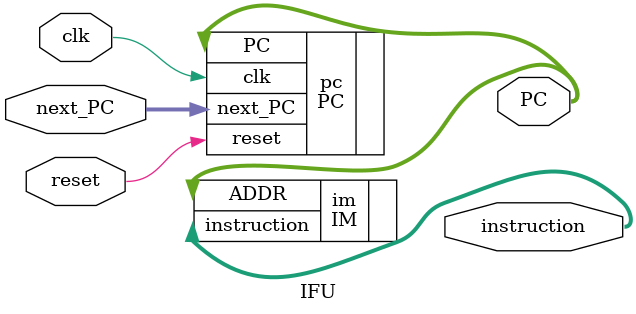
<source format=v>
`include "macros.v"
module IFU (
    input wire clk,
    input wire reset,
    input wire [31:0] next_PC,
    output wire [31:0] PC,
    output wire [31:0] instruction
);
    PC pc (
        .clk(clk),
        .reset(reset),
        .next_PC(next_PC),
        .PC(PC)
    );
    IM im (
        .ADDR(PC),
        .instruction(instruction)
    );
endmodule

</source>
